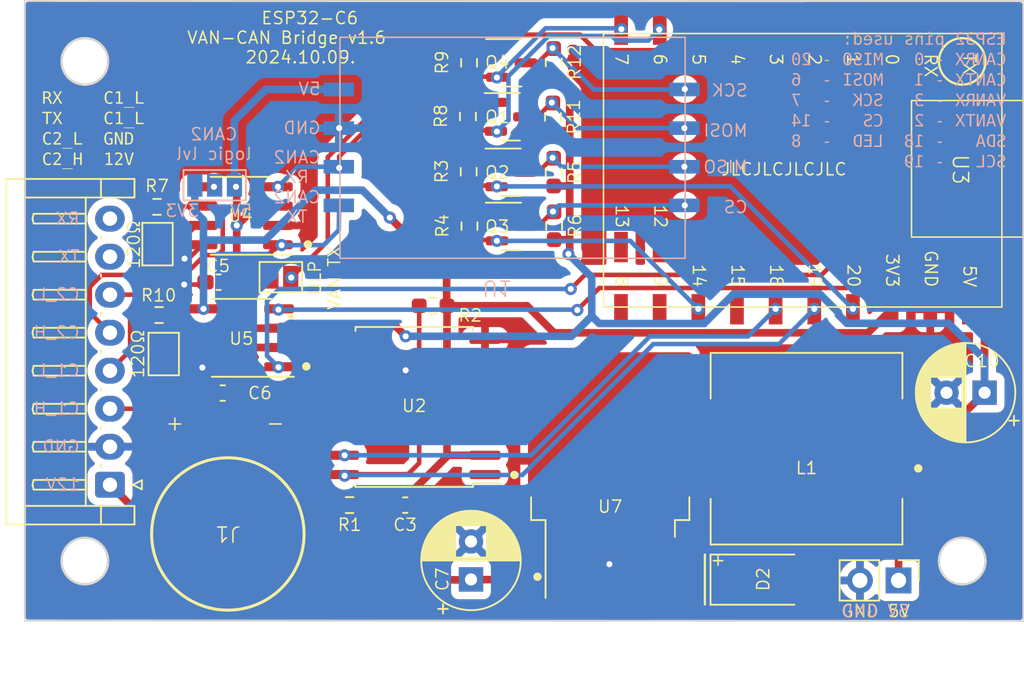
<source format=kicad_pcb>
(kicad_pcb (version 20221018) (generator pcbnew)
  (layers (0 "F.Cu" signal) (31 "B.Cu" signal) (34 "B.Paste" user) (35 "F.Paste" user) (36 "B.SilkS" user "B.Silkscreen") (37 "F.SilkS" user "F.Silkscreen") (38 "B.Mask" user) (39 "F.Mask" user) (44 "Edge.Cuts" user))
  (net 0 "")
  (net 1 "GNDD")
  (net 2 "5V")
  (net 3 "/MOSI")
  (net 4 "/SCK")
  (net 5 "/MISO")
  (net 6 "/+12V")
  (net 7 "/3V3")
  (net 8 "/CAN_TX")
  (net 9 "/CAN_RX")
  (net 10 "/TXD")
  (net 11 "/CAN1_L")
  (net 12 "/CAN1_H")
  (net 13 "/SDA")
  (net 14 "/SCL")
  (net 15 "/RXD")
  (net 16 "/VBAT")
  (net 17 "/ULP_VAN_TX")
  (net 20 "Net-(JP3-C)")
  (net 21 "Net-(JP4-A)")
  (net 22 "Net-(D2-K)")
  (net 23 "Net-(JP5-A)")
  (net 24 "/VAN_H")
  (net 25 "/VAN_L")
  (net 26 "/VAN_TX")
  (net 27 "/VAN_RX")
  (net 28 "/CS")
  (net 38 "/MISO_R")
  (net 39 "/CS_R")
  (net 40 "/MOSI_R")
  (net 41 "/SCK_R")
  (footprint "Resistor_SMD:R_0603_1608Metric_Pad0.98x0.95mm_HandSolder" (layer "F.Cu") (at 141.0462 123.4186 -90)
    (fp_text reference "R8")
    (fp_text value "10K")
  )
  (footprint "Resistor_SMD:R_0603_1608Metric_Pad0.98x0.95mm_HandSolder" (layer "F.Cu") (at 146.6342 123.444 90)
    (fp_text reference "R11")
    (fp_text value "10K")
  )
  (footprint "Capacitor_SMD:C_0603_1608Metric_Pad1.08x0.95mm_HandSolder" (layer "F.Cu") (at 124.9393 141.605)
    (fp_text reference "C6")
    (fp_text value "100nF")
  )
  (footprint "Resistor_SMD:R_0603_1608Metric_Pad0.98x0.95mm_HandSolder" (layer "F.Cu") (at 146.685 127.0762 90)
    (fp_text reference "R5")
    (fp_text value "10K")
  )
  (footprint "Package_SO:SOIC-8_3.9x4.9mm_P1.27mm" (layer "F.Cu") (at 126.1629 137.9728 180)
    (fp_text reference "U5")
    (fp_text value "TJA1042T-3")
  )
  (footprint "Resistor_SMD:R_0603_1608Metric_Pad0.98x0.95mm_HandSolder" (layer "F.Cu") (at 141.1478 130.6303 -90)
    (fp_text reference "R4")
    (fp_text value "10K")
  )
  (footprint "Package_TO_SOT_SMD:SOT-23" (layer "F.Cu") (at 143.8679 127.0866)
    (fp_text reference "Q1")
    (fp_text value "BSS138")
  )
  (footprint "Capacitor_SMD:C_0603_1608Metric_Pad1.08x0.95mm_HandSolder" (layer "F.Cu") (at 136.9296 148.971 180)
    (fp_text reference "C3")
    (fp_text value "100nF")
  )
  (footprint "Package_TO_SOT_SMD:TO-263-5_TabPin3" (layer "F.Cu") (at 150.397 145.131 90)
    (fp_text reference "U7")
    (fp_text value "LM2596S-5")
  )
  (footprint "Inductor_SMD:L_12x12mm_H8mm" (layer "F.Cu") (at 163.2966 145.2626 180)
    (fp_text reference "L1")
    (fp_text value "47uh")
  )
  (footprint "Resistor_SMD:R_0603_1608Metric_Pad0.98x0.95mm_HandSolder" (layer "F.Cu") (at 120.6168 129.35945 180)
    (fp_text reference "R7")
    (fp_text value "120")
  )
  (footprint "Jumper:SolderJumper-2_P1.3mm_Open_Pad1.0x1.5mm" (layer "F.Cu") (at 121.0575 139.0396 90)
    (fp_text reference "JP5" hide)
    (fp_text value "SolderJumper_2_Open")
  )
  (footprint "Connector_PinHeader_2.54mm:PinHeader_1x02_P2.54mm_Vertical" (layer "F.Cu") (at 169.3418 153.924 -90)
    (fp_text reference "J3" hide)
    (fp_text value "Conn_01x02_Pin")
  )
  (footprint "Resistor_SMD:R_0603_1608Metric_Pad0.98x0.95mm_HandSolder" (layer "F.Cu") (at 141.1224 119.888 -90)
    (fp_text reference "R9")
    (fp_text value "10K")
  )
  (footprint "Package_TO_SOT_SMD:SOT-23" (layer "F.Cu") (at 143.8171 123.439)
    (fp_text reference "Q3")
    (fp_text value "BSS138")
  )
  (footprint "Package_SO:SOIC-16W_7.5x10.3mm_P1.27mm" (layer "F.Cu") (at 137.5174 142.5194 180)
    (fp_text reference "U2")
    (fp_text value "DS3231M")
  )
  (footprint "Package_SO:SOIC-8_3.9x4.9mm_P1.27mm" (layer "F.Cu") (at 126.0867 129.9464 180)
    (fp_text reference "U4")
    (fp_text value "TJA1042T-3")
  )
  (footprint "Package_TO_SOT_SMD:SOT-23" (layer "F.Cu") (at 143.8933 130.6457)
    (fp_text reference "Q2")
    (fp_text value "BSS138")
  )
  (footprint "Jumper:SolderJumper-2_P1.3mm_Open_Pad1.0x1.5mm" (layer "F.Cu") (at 128.7537 133.985)
    (fp_text reference "JP2" hide)
    (fp_text value "SolderJumper_2_Open")
  )
  (footprint "DS3231_BatteryHolder:DS3231_BatteryHolder" (layer "F.Cu") (at 125.2728 152.4284 180)
    (fp_text reference "J1")
    (fp_text value "Conn_01x02_Pin")
  )
  (footprint "Capacitor_THT:CP_Radial_D6.3mm_P2.50mm" (layer "F.Cu") (at 174.99458 141.5796 180)
    (fp_text reference "C10")
    (fp_text value "220uF")
  )
  (footprint "Resistor_SMD:R_0603_1608Metric_Pad0.98x0.95mm_HandSolder" (layer "F.Cu") (at 138.7584 135.8646 180)
    (fp_text reference "R2")
    (fp_text value "4.7K")
  )
  (footprint "Jumper:SolderJumper-2_P1.3mm_Open_Pad1.0x1.5mm" (layer "F.Cu") (at 120.65 131.811 -90)
    (fp_text reference "JP4" hide)
    (fp_text value "SolderJumper_2_Open")
  )
  (footprint "Package_TO_SOT_SMD:SOT-23" (layer "F.Cu") (at 143.9187 119.888)
    (fp_text reference "Q4")
    (fp_text value "BSS138")
  )
  (footprint "Resistor_SMD:R_0603_1608Metric_Pad0.98x0.95mm_HandSolder" (layer "F.Cu") (at 141.097 127.0508 -90)
    (fp_text reference "R3")
    (fp_text value "10K")
  )
  (footprint "Capacitor_THT:CP_Radial_D6.3mm_P2.50mm" (layer "F.Cu") (at 141.2494 153.86178 90)
    (fp_text reference "C7")
    (fp_text value "100uF")
  )
  (footprint "Diode_SMD:D_SMA" (layer "F.Cu") (at 160.496 153.8732)
    (fp_text reference "D2")
    (fp_text value "SS34")
  )
  (footprint "Connector_JST:JST_EH_S8B-EH_1x08_P2.50mm_Horizontal" (layer "F.Cu") (at 117.5258 147.6356 90)
    (fp_text reference "J2" hide)
    (fp_text value "Conn_01x08_Pin")
  )
  (footprint "Resistor_SMD:R_0603_1608Metric_Pad0.98x0.95mm_HandSolder" (layer "F.Cu") (at 146.685 119.8626 90)
    (fp_text reference "R12")
    (fp_text value "10K")
  )
  (footprint "Resistor_SMD:R_0603_1608Metric_Pad0.98x0.95mm_HandSolder" (layer "F.Cu") (at 120.7527 136.4742 180)
    (fp_text reference "R10")
    (fp_text value "120")
  )
  (footprint "PSAVanCanBridgeHW_v16:ESP32_c6_supermini" (layer "F.Cu") (at 166.7346 128.5972 -90)
    (fp_text reference "U3")
    (fp_text value "ESP32_C6")
  )
  (footprint "Capacitor_SMD:C_0603_1608Metric_Pad1.08x0.95mm_HandSolder" (layer "F.Cu") (at 124.6643 134.3152)
    (fp_text reference "C5")
    (fp_text value "100nF")
  )
  (footprint "Resistor_SMD:R_0603_1608Metric_Pad0.98x0.95mm_HandSolder" (layer "F.Cu") (at 133.272 148.971 180)
    (fp_text reference "R1")
    (fp_text value "4.7K")
  )
  (footprint "Resistor_SMD:R_0603_1608Metric_Pad0.98x0.95mm_HandSolder" (layer "F.Cu") (at 146.7104 130.6049 90)
    (fp_text reference "R6")
    (fp_text value "10K")
  )
  (footprint "PSAVanCanBridgeHW_v16:SPI_Shield" (layer "B.Cu") (at 143.9543 126.4412)
    (fp_text reference "U1")
    (fp_text value "~")
  )
  (footprint "Jumper:SolderJumper-3_P1.3mm_Open_Pad1.0x1.5mm_NumberLabels" (layer "B.Cu") (at 124.4046 127.9398 180)
    (fp_text reference "JP3" hide)
    (fp_text value "SolderJumper_3_Open")
  )
  (gr_circle (center 173.525 119.795718) (end 175.054283 119.795718) (stroke (width 0.15)) (fill none) (layer "F.SilkS"))
  (gr_circle (center 130.5306 131.826) (end 130.7306 131.826) (stroke (width 0.15)) (fill solid) (layer "F.SilkS"))
  (gr_circle (center 144.1022 146.9898) (end 144.3022 146.9898) (stroke (width 0.15)) (fill solid) (layer "F.SilkS"))
  (gr_circle (center 130.4301 139.8524) (end 130.6301 139.8524) (stroke (width 0.15)) (fill solid) (layer "F.SilkS"))
  (gr_circle (center 145.6182 153.683476) (end 145.8182 153.683476) (stroke (width 0.15)) (fill solid) (layer "F.SilkS"))
  (gr_circle (center 170.6372 146.558) (end 170.8372 146.558) (stroke (width 0.15)) (fill solid) (layer "F.SilkS"))
  (gr_circle (center 129.4384 136.563876) (end 129.577324 136.563876) (stroke (width 0.15)) (fill solid) (layer "F.SilkS"))
  (gr_line (start 156.6164 152.2222) (end 156.6164 155.4988) (stroke (width 0.15)) (layer "F.SilkS"))
  (gr_circle (center 115.875 119.795718) (end 116.891 120.938718) (stroke (width 0.15)) (fill none) (layer "Edge.Cuts"))
  (gr_circle (center 173.525 152.65) (end 174.541 153.793) (stroke (width 0.15)) (fill none) (layer "Edge.Cuts"))
  (gr_line (start 177.546 115.824) (end 177.546 156.591) (stroke (width 0.1)) (layer "Edge.Cuts"))
  (gr_line (start 177.546 156.591) (end 111.925 156.575) (stroke (width 0.1)) (layer "Edge.Cuts"))
  (gr_line (start 111.925 115.808) (end 177.546 115.824) (stroke (width 0.1)) (layer "Edge.Cuts"))
  (gr_circle (center 115.875 152.65) (end 116.891 153.793) (stroke (width 0.15)) (fill none) (layer "Edge.Cuts"))
  (gr_line (start 111.925 156.575) (end 111.925 115.808) (stroke (width 0.1)) (layer "Edge.Cuts"))
  (gr_text "CAN2\nTX" (at 129.8194 130.4798) (layer "B.SilkS") (effects (font (size 0.8 0.8) (thickness 0.1)) (justify bottom mirror)))
  (gr_text "5V GND" (at 170.1292 156.4132) (layer "B.SilkS") (effects (font (size 0.8 0.8) (thickness 0.1)) (justify left bottom mirror)))
  (gr_text "CAN2\nRX" (at 129.8194 127.8636) (layer "B.SilkS") (effects (font (size 0.8 0.8) (thickness 0.1)) (justify bottom mirror)))
  (gr_text "MOSI" (at 159.4866 124.8156) (layer "B.SilkS") (effects (font (size 0.8 0.8) (thickness 0.1)) (justify left bottom mirror)))
  (gr_text "ESP32 pins used:\nCANRX - 0   MISO - 20\nCANTX - 1   MOSI -  6\nVANRX - 3   SCK  -  7\nVANTX - 2   CS   - 14\nSDA   - 18  LED  -  8\nSCL   - 19" (at 176.4284 126.8984) (layer "B.SilkS") (effects (font (size 0.8 0.8) (thickness 0.1)) (justify left bottom mirror)))
  (gr_text "GND" (at 115.5954 145.5921) (layer "B.SilkS") (effects (font (size 0.8 0.8) (thickness 0.1)) (justify left bottom mirror)))
  (gr_text "RX" (at 115.5954 130.6068) (layer "B.SilkS") (effects (font (size 0.8 0.8) (thickness 0.1)) (justify left bottom mirror)))
  (gr_text "SCK" (at 159.4866 122.174) (layer "B.SilkS") (effects (font (size 0.8 0.8) (thickness 0.1)) (justify left bottom mirror)))
  (gr_text "GND" (at 131.432257 124.6378) (layer "B.SilkS") (effects (font (size 0.8 0.8) (thickness 0.1)) (justify left bottom mirror)))
  (gr_text "C2_H" (at 115.5954 138.0921) (layer "B.SilkS") (effects (font (size 0.8 0.8) (thickness 0.1)) (justify left bottom mirror)))
  (gr_text "C2_L" (at 115.5954 135.5921) (layer "B.SilkS") (effects (font (size 0.8 0.8) (thickness 0.1)) (justify left bottom mirror)))
  (gr_text "CAN2\nlogic lvl" (at 124.3584 126.3396) (layer "B.SilkS") (effects (font (size 0.8 0.8) (thickness 0.1)) (justify bottom mirror)))
  (gr_text "MISO" (at 159.4866 127.2032) (layer "B.SilkS") (effects (font (size 0.8 0.8) (thickness 0.1)) (justify left bottom mirror)))
  (gr_text "12V" (at 115.5954 148.0921) (layer "B.SilkS") (effects (font (size 0.8 0.8) (thickness 0.1)) (justify left bottom mirror)))
  (gr_text "C1_L" (at 115.5954 140.5921) (layer "B.SilkS") (effects (font (size 0.8 0.8) (thickness 0.1)) (justify left bottom mirror)))
  (gr_text "CS" (at 159.4866 129.8448) (layer "B.SilkS") (effects (font (size 0.8 0.8) (thickness 0.1)) (justify left bottom mirror)))
  (gr_text "C1_H" (at 115.5954 143.0921) (layer "B.SilkS") (effects (font (size 0.8 0.8) (thickness 0.1)) (justify left bottom mirror)))
  (gr_text "5V" (at 131.432257 122.0724) (layer "B.SilkS") (effects (font (size 0.8 0.8) (thickness 0.1)) (justify left bottom mirror)))
  (gr_text "TX" (at 115.5954 133.0921) (layer "B.SilkS") (effects (font (size 0.8 0.8) (thickness 0.1)) (justify left bottom mirror)))
  (gr_text "     ESP32-C6\nVAN-CAN Bridge v1.6\n   2024.10.09." (at 129.1336 118.237) (layer "F.SilkS") (effects (font (size 0.8 0.8) (thickness 0.1))))
  (gr_text "120Ω" (at 119.8372 140.6906 90) (layer "F.SilkS") (effects (font (size 0.8 0.8) (thickness 0.1)) (justify left bottom)))
  (gr_text "ULP\nVAN TX" (at 132.7404 134.0358 90) (layer "F.SilkS") (effects (font (size 0.8 0.8) (thickness 0.1)) (justify bottom)))
  (gr_text "GND 5V" (at 165.5318 156.4132) (layer "F.SilkS") (effects (font (size 0.8 0.8) (thickness 0.1)) (justify left bottom)))
  (gr_text "RX    C1_L\nTX    C1_L\nC2_L  GND\nC2_H  12V" (at 113.0554 126.746) (layer "F.SilkS") (effects (font (size 0.8 0.8) (thickness 0.1)) (justify left bottom)))
  (gr_text "+" (at 156.9212 153.035) (layer "F.SilkS") (effects (font (size 0.8 0.8) (thickness 0.1)) (justify left bottom)))
  (gr_text "JLCJLCJLCJLC" (at 157.6324 127.3567) (layer "F.SilkS") (effects (font (size 0.8 0.8) (thickness 0.1)) (justify left bottom)))
  (gr_text "120Ω" (at 119.5578 133.5024 90) (layer "F.SilkS") (effects (font (size 0.8 0.8) (thickness 0.1)) (justify left bottom)))
  (segment (start 122.6973 132.7658) (end 123.6117 131.8514) (width 0.3) (layer "F.Cu") (net 1))
  (segment (start 122.428 132.7658) (end 122.6973 132.7658) (width 0.3) (layer "F.Cu") (net 1))
  (segment (start 122.4026 134.4676) (end 123.6494 134.4676) (width 0.3) (layer "F.Cu") (net 1))
  (segment (start 123.6494 134.4676) (end 123.8018 134.3152) (width 0.3) (layer "F.Cu") (net 1))
  (via (at 123.5964 139.9286) (size 0.8) (drill 0.4) (layers "F.Cu" "B.Cu") (net 1))
  (via (at 136.9568 140.1064) (size 0.8) (drill 0.4) (layers "F.Cu" "B.Cu") (net 1))
  (via (at 122.428 132.7658) (size 0.8) (drill 0.4) (layers "F.Cu" "B.Cu") (net 1))
  (via (at 150.3426 152.8572) (size 0.8) (drill 0.4) (layers "F.Cu" "B.Cu") (net 1))
  (via (at 132.588 124.1806) (size 0.8) (drill 0.4) (layers "F.Cu" "B.Cu") (net 1))
  (via (at 122.4026 134.4676) (size 0.8) (drill 0.4) (layers "F.Cu" "B.Cu") (net 1))
  (segment (start 147.7081 124.3565) (end 147.7354 124.3838) (width 0.5) (layer "F.Cu") (net 2))
  (segment (start 128.6379 137.3378) (end 125.8805 137.3378) (width 0.5) (layer "F.Cu") (net 2))
  (segment (start 125.8551 130.6098) (end 125.8551 137.3124) (width 0.5) (layer "F.Cu") (net 2))
  (segment (start 128.4478 129.3114) (end 127.1535 129.3114) (width 0.5) (layer "F.Cu") (net 2))
  (segment (start 152.097 150.9547) (end 152.097 152.781) (width 0.5) (layer "F.Cu") (net 2))
  (segment (start 168.2466 145.2626) (end 168.2466 150.5974) (width 0.5) (layer "F.Cu") (net 2))
  (segment (start 146.685 127.9887) (end 147.7119 127.9887) (width 0.5) (layer "F.Cu") (net 2))
  (segment (start 174.99458 137.12318) (end 173.9646 136.0932) (width 0.5) (layer "F.Cu") (net 2))
  (segment (start 174.99458 141.5796) (end 174.99458 137.12318) (width 0.5) (layer "F.Cu") (net 2))
  (segment (start 128.5494 129.3114) (end 128.4986 129.3622) (width 0.5) (layer "F.Cu") (net 2))
  (segment (start 125.8835 130.5814) (end 125.857 130.5814) (width 0.5) (layer "F.Cu") (net 2))
  (segment (start 147.7354 132.3758) (end 147.6521 132.4591) (width 0.5) (layer "F.Cu") (net 2))
  (segment (start 128.6379 137.3378) (end 128.7513 137.2244) (width 0.5) (layer "F.Cu") (net 2))
  (segment (start 128.7513 137.2244) (end 136.31 137.2244) (width 0.5) (layer "F.Cu") (net 2))
  (segment (start 125.857 130.5814) (end 125.857 130.6079) (width 0.5) (layer "F.Cu") (net 2))
  (segment (start 125.857 128.0922) (end 125.8062 128.0414) (width 0.5) (layer "F.Cu") (net 2))
  (segment (start 127.1535 129.3114) (end 125.8835 130.5814) (width 0.5) (layer "F.Cu") (net 2))
  (segment (start 147.7354 127.9652) (end 147.7354 124.3838) (width 0.5) (layer "F.Cu") (net 2))
  (segment (start 146.7104 131.5174) (end 147.7138 131.5174) (width 0.5) (layer "F.Cu") (net 2))
  (segment (start 168.2466 145.2626) (end 171.31158 145.2626) (width 0.5) (layer "F.Cu") (net 2))
  (segment (start 168.2466 150.5974) (end 169.3418 151.6926) (width 0.5) (layer "F.Cu") (net 2))
  (segment (start 128.5617 129.3114) (end 128.5494 129.3114) (width 0.5) (layer "F.Cu") (net 2))
  (segment (start 161.6626 149.8447) (end 162.4183 150.6004) (width 0.5) (layer "F.Cu") (net 2))
  (segment (start 161.6626 149.8447) (end 153.207 149.8447) (width 0.5) (layer "F.Cu") (net 2))
  (segment (start 153.207 149.8447) (end 152.097 150.9547) (width 0.5) (layer "F.Cu") (net 2))
  (segment (start 125.857 130.6079) (end 125.8551 130.6098) (width 0.5) (layer "F.Cu") (net 2))
  (segment (start 125.8551 137.3124) (end 125.8551 141.5517) (width 0.5) (layer "F.Cu") (net 2))
  (segment (start 146.6342 124.3565) (end 147.7081 124.3565) (width 0.5) (layer "F.Cu") (net 2))
  (segment (start 168.2466 150.5974) (end 168.2496 150.6004) (width 0.5) (layer "F.Cu") (net 2))
  (segment (start 171.31158 145.2626) (end 174.99458 141.5796) (width 0.5) (layer "F.Cu") (net 2))
  (segment (start 125.857 127.9652) (end 125.8062 127.9144) (width 0.5) (layer "F.Cu") (net 2))
  (segment (start 147.7354 121.8255) (end 146.685 120.7751) (width 0.5) (layer "F.Cu") (net 2))
  (segment (start 169.3418 151.6926) (end 169.3418 153.924) (width 0.5) (layer "F.Cu") (net 2))
  (segment (start 136.31 137.2244) (end 136.9568 137.8712) (width 0.5) (layer "F.Cu") (net 2))
  (segment (start 147.7354 124.3838) (end 147.7354 121.8255) (width 0.5) (layer "F.Cu") (net 2))
  (segment (start 125.857 130.5814) (end 125.857 128.0922) (width 0.5) (layer "F.Cu") (net 2))
  (segment (start 128.4986 129.3622) (end 128.4478 129.3114) (width 0.5) (layer "F.Cu") (net 2))
  (segment (start 147.7138 131.5174) (end 147.7354 131.4958) (width 0.5) (layer "F.Cu") (net 2))
  (segment (start 147.7354 127.9652) (end 147.7354 131.4958) (width 0.5) (layer "F.Cu") (net 2))
  (segment (start 162.4183 150.6004) (end 168.2496 150.6004) (width 0.5) (layer "F.Cu") (net 2))
  (segment (start 147.7119 127.9887) (end 147.7354 127.9652) (width 0.5) (layer "F.Cu") (net 2))
  (segment (start 147.7354 131.4958) (end 147.7354 132.3758) (width 0.5) (layer "F.Cu") (net 2))
  (via (at 125.8062 128.0414) (size 0.8) (drill 0.4) (layers "F.Cu" "B.Cu") (net 2))
  (via (at 136.9568 137.8712) (size 0.8) (drill 0.4) (layers "F.Cu" "B.Cu") (net 2))
  (via (at 147.6521 132.4591) (size 0.8) (drill 0.4) (layers "F.Cu" "B.Cu") (net 2))
  (via (at 125.857 130.5814) (size 0.8) (drill 0.4) (layers "F.Cu" "B.Cu") (net 2))
  (segment (start 174.99458 139.38378) (end 172.6286 137.0178) (width 0.5) (layer "B.Cu") (net 2))
  (segment (start 149.1844 136.537503) (end 147.850703 137.8712) (width 0.5) (layer "B.Cu") (net 2))
  (segment (start 156.564252 137.031651) (end 149.678548 137.031651) (width 0.5) (layer "B.Cu") (net 2))
  (segment (start 174.99458 141.5796) (end 174.99458 139.38378) (width 0.5) (layer "B.Cu") (net 2))
  (segment (start 132.5624 121.6433) (end 127.7593 121.6433) (width 0.5) (layer "B.Cu") (net 2))
  (segment (start 149.1844 133.9914) (end 149.1844 136.537503) (width 0.5) (layer "B.Cu") (net 2))
  (segment (start 165.3946 136.461303) (end 165.3946 136.314297) (width 0.5) (layer "B.Cu") (net 2))
  (segment (start 165.3946 136.314297) (end 164.182903 135.1026) (width 0.5) (layer "B.Cu") (net 2))
  (segment (start 158.493303 135.1026) (end 156.564252 137.031651) (width 0.5) (layer "B.Cu") (net 2))
  (segment (start 165.951097 137.0178) (end 165.3946 136.461303) (width 0.5) (layer "B.Cu") (net 2))
  (segment (start 125.7046 123.698) (end 125.7046 127.9398) (width 0.5) (layer "B.Cu") (net 2))
  (segment (start 127.7593 121.6433) (end 125.7046 123.698) (width 0.5) (layer "B.Cu") (net 2))
  (segment (start 147.6521 132.4591) (end 149.1844 133.9914) (width 0.5) (layer "B.Cu") (net 2))
  (segment (start 125.8062 127.9144) (end 125.857 127.8636) (width 0.5) (layer "B.Cu") (net 2))
  (segment (start 164.182903 135.1026) (end 158.493303 135.1026) (width 0.5) (layer "B.Cu") (net 2))
  (segment (start 172.6286 137.0178) (end 165.951097 137.0178) (width 0.5) (layer "B.Cu") (net 2))
  (segment (start 149.678548 137.031651) (end 149.1844 136.537503) (width 0.5) (layer "B.Cu") (net 2))
  (segment (start 147.850703 137.8712) (end 136.9568 137.8712) (width 0.5) (layer "B.Cu") (net 2))
  (segment (start 145.6232 123.439) (end 146.558 122.5042) (width 0.3) (layer "F.Cu") (net 3))
  (segment (start 144.7546 123.439) (end 145.6232 123.439) (width 0.3) (layer "F.Cu") (net 3))
  (via (at 155.2704 124.1833) (size 0.8) (drill 0.4) (layers "F.Cu" "B.Cu") (net 3))
  (via (at 146.558 122.5042) (size 0.8) (drill 0.4) (layers "F.Cu" "B.Cu") (net 3))
  (segment (start 155.2704 124.1833) (end 148.2371 124.1833) (width 0.3) (layer "B.Cu") (net 3))
  (segment (start 148.2371 124.1833) (end 146.558 122.5042) (width 0.3) (layer "B.Cu") (net 3))
  (segment (start 144.8562 119.888) (end 145.6436 119.888) (width 0.3) (layer "F.Cu") (net 4))
  (segment (start 145.6436 119.888) (end 146.6088 118.9228) (width 0.3) (layer "F.Cu") (net 4))
  (via (at 146.6088 118.9228) (size 0.8) (drill 0.4) (layers "F.Cu" "B.Cu") (net 4))
  (via (at 155.2956 121.6152) (size 0.8) (drill 0.4) (layers "F.Cu" "B.Cu") (net 4))
  (segment (start 155.2704 121.6433) (end 149.3293 121.6433) (width 0.3) (layer "B.Cu") (net 4))
  (segment (start 149.3293 121.6433) (end 146.6088 118.9228) (width 0.3) (layer "B.Cu") (net 4))
  (segment (start 145.6586 127.0866) (end 146.6088 126.1364) (width 0.3) (layer "F.Cu") (net 5))
  (segment (start 144.8054 127.0866) (end 145.6586 127.0866) (width 0.3) (layer "F.Cu") (net 5))
  (via (at 155.2704 126.7233) (size 0.8) (drill 0.4) (layers "F.Cu" "B.Cu") (net 5))
  (via (at 146.6088 126.1364) (size 0.8) (drill 0.4) (layers "F.Cu" "B.Cu") (net 5))
  (segment (start 147.1957 126.7233) (end 146.6088 126.1364) (width 0.3) (layer "B.Cu") (net 5))
  (segment (start 155.2704 126.7233) (end 147.1957 126.7233) (width 0.3) (layer "B.Cu") (net 5))
  (segment (start 145.9048 153.8732) (end 146.997 152.781) (width 0.5) (layer "F.Cu") (net 6))
  (segment (start 123.7774 153.8872) (end 117.5258 147.6356) (width 0.5) (layer "F.Cu") (net 6))
  (segment (start 141.1478 153.8872) (end 123.7774 153.8872) (width 0.5) (layer "F.Cu") (net 6))
  (segment (start 142.8242 153.8732) (end 145.9048 153.8732) (width 0.5) (layer "F.Cu") (net 6))
  (segment (start 141.1618 153.8732) (end 142.8242 153.8732) (width 0.5) (layer "F.Cu") (net 6))
  (segment (start 141.1478 153.8872) (end 141.1618 153.8732) (width 0.5) (layer "F.Cu") (net 6))
  (segment (start 139.6219 135.8156) (end 139.6709 135.8646) (width 0.5) (layer "F.Cu") (net 7))
  (segment (start 137.4974 147.946) (end 136.3036 147.946) (width 0.5) (layer "F.Cu") (net 7))
  (segment (start 144.929703 135.8646) (end 139.6709 135.8646) (width 0.5) (layer "F.Cu") (net 7))
  (segment (start 142.1873 122.4788) (end 142.2146 122.5061) (width 0.5) (layer "F.Cu") (net 7))
  (segment (start 142.1384 145.6944) (end 139.749 145.6944) (width 0.5) (layer "F.Cu") (net 7))
  (segment (start 168.8846 136.0932) (end 167.3346 137.6432) (width 0.5) (layer "F.Cu") (net 7))
  (segment (start 139.749 145.6944) (end 139.6709 145.7725) (width 0.5) (layer "F.Cu") (net 7))
  (segment (start 142.9287 126.1383) (end 142.9304 126.1366) (width 0.5) (layer "F.Cu") (net 7))
  (segment (start 141.1478 129.7178) (end 142.9337 129.7178) (width 0.5) (layer "F.Cu") (net 7))
  (segment (start 136.3036 147.946) (end 136.0671 148.1825) (width 0.5) (layer "F.Cu") (net 7))
  (segment (start 141.0333 118.9736) (end 142.8546 118.9736) (width 0.5) (layer "F.Cu") (net 7))
  (segment (start 136.0671 148.971) (end 134.1845 148.971) (width 0.5) (layer "F.Cu") (net 7))
  (segment (start 139.6709 143.1544) (end 139.6709 145.7725) (width 0.5) (layer "F.Cu") (net 7))
  (segment (start 140.9571 122.5042) (end 142.7734 122.5042) (width 0.5) (layer "F.Cu") (net 7))
  (segment (start 139.6363 126.0583) (end 140.9298 126.0583) (width 0.5) (layer "F.Cu") (net 7))
  (segment (start 139.6363 131.9147) (end 139.6363 126.0583) (width 0.5) (layer "F.Cu") (net 7))
  (segment (start 139.6492 135.8429) (end 139.6492 131.9276) (width 0.5) (layer "F.Cu") (net 7))
  (segment (start 135.9154 130.0663) (end 137.4973 131.6482) (width 0.5) (layer "F.Cu") (net 7))
  (segment (start 139.6363 126.0583) (end 139.6363 122.4769) (width 0.5) (layer "F.Cu") (net 7))
  (segment (start 146.708303 137.6432) (end 144.929703 135.8646) (width 0.5) (layer "F.Cu") (net 7))
  (segment (start 139.6709 135.8646) (end 139.6492 135.8429) (width 0.5) (layer "F.Cu") (net 7))
  (segment (start 139.6363 122.4769) (end 140.9298 122.4769) (width 0.5) (layer "F.Cu") (net 7))
  (segment (start 139.6363 122.4769) (end 139.6363 120.3706) (width 0.5) (layer "F.Cu") (net 7))
  (segment (start 140.9192 129.7178) (end 140.8938 129.6924) (width 0.5) (layer "F.Cu") (net 7))
  (segment (start 142.1873 126.0602) (end 142.2654 126.1383) (width 0.5) (layer "F.Cu") (net 7))
  (segment (start 141.0587 129.7159) (end 139.6617 129.7159) (width 0.5) (layer "F.Cu") (net 7))
  (segment (start 136.0671 148.1825) (end 136.0671 148.971) (width 0.5) (layer "F.Cu") (net 7))
  (segment (start 139.6709 135.8646) (end 139.6709 143.1544) (width 0.5) (layer "F.Cu") (net 7))
  (segment (start 139.6709 145.7725) (end 137.4974 147.946) (width 0.5) (layer "F.Cu") (net 7))
  (segment (start 139.6363 120.3706) (end 141.0333 118.9736) (width 0.5) (layer "F.Cu") (net 7))
  (segment (start 142.9337 129.7178) (end 142.9558 129.6957) (width 0.5) (layer "F.Cu") (net 7))
  (segment (start 141.097 126.1383) (end 142.9287 126.1383) (width 0.5) (layer "F.Cu") (net 7))
  (segment (start 167.3346 137.6432) (end 146.708303 137.6432) (width 0.5) (layer "F.Cu") (net 7))
  (segment (start 137.4973 131.6482) (end 139.3698 131.6482) (width 0.5) (layer "F.Cu") (net 7))
  (segment (start 139.6492 131.9276) (end 139.6363 131.9147) (width 0.5) (layer "F.Cu") (net 7))
  (segment (start 142.1384 143.1544) (end 139.6709 143.1544) (width 0.5) (layer "F.Cu") (net 7))
  (via (at 135.9154 130.0663) (size 0.8) (drill 0.4) (layers "F.Cu" "B.Cu") (net 7))
  (via (at 123.6726 136.0678) (size 0.8) (drill 0.4) (layers "F.Cu" "B.Cu") (net 7))
  (segment (start 123.6726 131.5212) (end 123.6726 130.227397) (width 0.5) (layer "B.Cu") (net 7))
  (segment (start 123.698 131.5466) (end 123.6726 131.5212) (width 0.5) (layer "B.Cu") (net 7))
  (segment (start 123.6726 130.227397) (end 123.1046 129.659397) (width 0.5) (layer "B.Cu") (net 7))
  (segment (start 135.9154 130.0663) (end 134.1124 128.2633) (width 0.5) (layer "B.Cu") (net 7))
  (segment (start 123.1046 129.659397) (end 123.1046 127.9398) (width 0.5) (layer "B.Cu") (net 7))
  (segment (start 134.1124 128.2633) (end 131.0124 128.2633) (width 0.5) (layer "B.Cu") (net 7))
  (segment (start 123.6726 136.0678) (end 123.6726 131.5212) (width 0.5) (layer "B.Cu") (net 7))
  (segment (start 127.7291 131.5466) (end 123.698 131.5466) (width 0.5) (layer "B.Cu") (net 7))
  (segment (start 131.0124 128.2633) (end 127.7291 131.5466) (width 0.5) (layer "B.Cu") (net 7))
  (segment (start 166.3546 117.7072) (end 166.3546 131.7652) (width 0.3) (layer "F.Cu") (net 8))
  (segment (start 148.7304 133.8326) (end 164.2872 133.8326) (width 0.3) (layer "F.Cu") (net 8))
  (segment (start 166.3546 131.7652) (end 164.2872 133.8326) (width 0.3) (layer "F.Cu") (net 8))
  (segment (start 147.8026 134.7604) (end 148.7304 133.8326) (width 0.3) (layer "F.Cu") (net 8))
  (via (at 128.6002 139.9032) (size 0.8) (drill 0.4) (layers "F.Cu" "B.Cu") (net 8))
  (via (at 147.8026 134.7604) (size 0.8) (drill 0.4) (layers "F.Cu" "B.Cu") (net 8))
  (segment (start 127.8502 135.5478) (end 127.8502 139.1532) (width 0.3) (layer "B.Cu") (net 8))
  (segment (start 127.8502 139.1532) (end 128.6002 139.9032) (width 0.3) (layer "B.Cu") (net 8))
  (segment (start 147.8026 134.7604) (end 128.6376 134.7604) (width 0.3) (layer "B.Cu") (net 8))
  (segment (start 128.6376 134.7604) (end 127.8502 135.5478) (width 0.3) (layer "B.Cu") (net 8))
  (segment (start 166.6456 134.6962) (end 166.6729 134.6689) (width 0.3) (layer "F.Cu") (net 9))
  (segment (start 148.2344 136.144) (end 149.6822 134.6962) (width 0.3) (layer "F.Cu") (net 9))
  (segment (start 168.8946 117.7072) (end 168.8946 132.4472) (width 0.3) (layer "F.Cu") (net 9))
  (segment (start 149.6822 134.6962) (end 166.6456 134.6962) (width 0.3) (layer "F.Cu") (net 9))
  (segment (start 168.8946 132.4472) (end 166.6456 134.6962) (width 0.3) (layer "F.Cu") (net 9))
  (via (at 128.6002 136.1186) (size 0.8) (drill 0.4) (layers "F.Cu" "B.Cu") (net 9))
  (via (at 148.2344 136.144) (size 0.8) (drill 0.4) (layers "F.Cu" "B.Cu") (net 9))
  (segment (start 148.209 136.1186) (end 128.6002 136.1186) (width 0.3) (layer "B.Cu") (net 9))
  (segment (start 148.2598 136.1186) (end 148.2344 136.144) (width 0.3) (layer "B.Cu") (net 9))
  (segment (start 148.2344 136.144) (end 148.209 136.1186) (width 0.3) (layer "B.Cu") (net 9))
  (segment (start 120.8402 135.6492) (end 121.6652 136.4742) (width 0.3) (layer "F.Cu") (net 11))
  (segment (start 118.8508 136.14525) (end 119.34685 135.6492) (width 0.3) (layer "F.Cu") (net 11))
  (segment (start 121.6764 136.4996) (end 122.54 137.3632) (width 0.3) (layer "F.Cu") (net 11))
  (segment (start 119.34685 135.6492) (end 120.8402 135.6492) (width 0.3) (layer "F.Cu") (net 11))
  (segment (start 117.5258 140.1356) (end 118.8508 138.8106) (width 0.3) (layer "F.Cu") (net 11))
  (segment (start 122.54 137.3632) (end 123.8403 137.3632) (width 0.3) (layer "F.Cu") (net 11))
  (segment (start 118.8508 138.8106) (end 118.8508 136.14525) (width 0.3) (layer "F.Cu") (net 11))
  (segment (start 122.7328 138.6078) (end 123.6879 138.6078) (width 0.3) (layer "F.Cu") (net 12))
  (segment (start 121.2757 138.6078) (end 121.0575 138.3896) (width 0.3) (layer "F.Cu") (net 12))
  (segment (start 122.3629 140.3342) (end 122.3629 138.9777) (width 0.3) (layer "F.Cu") (net 12))
  (segment (start 117.5258 142.6356) (end 120.0615 142.6356) (width 0.3) (layer "F.Cu") (net 12))
  (segment (start 122.3629 138.9777) (end 122.7328 138.6078) (width 0.3) (layer "F.Cu") (net 12))
  (segment (start 123.6879 138.6078) (end 121.2757 138.6078) (width 0.3) (layer "F.Cu") (net 12))
  (segment (start 120.0615 142.6356) (end 122.3629 140.3342) (width 0.3) (layer "F.Cu") (net 12))
  (segment (start 132.3595 148.971) (end 131.6228 148.971) (width 0.3) (layer "F.Cu") (net 13))
  (segment (start 131.6228 148.971) (end 130.5052 147.8534) (width 0.3) (layer "F.Cu") (net 13))
  (segment (start 132.8384 145.6944) (end 133.0688 145.6944) (width 0.3) (layer "F.Cu") (net 13))
  (segment (start 133.0688 145.6944) (end 132.3292 145.6944) (width 0.3) (layer "F.Cu") (net 13))
  (segment (start 131.2164 145.6944) (end 132.5909 145.6944) (width 0.3) (layer "F.Cu") (net 13))
  (segment (start 130.5052 146.4056) (end 131.2164 145.6944) (width 0.3) (layer "F.Cu") (net 13))
  (segment (start 130.5052 147.8534) (end 130.5052 146.4056) (width 0.3) (layer "F.Cu") (net 13))
  (via (at 132.9436 145.6944) (size 0.8) (drill 0.4) (layers "F.Cu" "B.Cu") (net 13))
  (via (at 161.2646 136.0678) (size 0.8) (drill 0.4) (layers "F.Cu" "B.Cu") (net 13))
  (segment (start 153.0016 137.8792) (end 145.1864 145.6944) (width 0.3) (layer "B.Cu") (net 13))
  (segment (start 145.1864 145.6944) (end 132.9436 145.6944) (width 0.3) (layer "B.Cu") (net 13))
  (segment (start 159.4532 137.8792) (end 153.0016 137.8792) (width 0.3) (layer "B.Cu") (net 13))
  (segment (start 161.2646 136.0678) (end 159.4532 137.8792) (width 0.3) (layer "B.Cu") (net 13))
  (segment (start 133.0452 146.939) (end 132.9436 147.0406) (width 0.3) (layer "F.Cu") (net 14))
  (segment (start 137.8459 135.8646) (end 137.8459 146.20495) (width 0.3) (layer "F.Cu") (net 14))
  (segment (start 137.8459 146.20495) (end 137.11185 146.939) (width 0.3) (layer "F.Cu") (net 14))
  (segment (start 137.11185 146.939) (end 133.0452 146.939) (width 0.3) (layer "F.Cu") (net 14))
  (via (at 132.9436 147.0406) (size 0.8) (drill 0.4) (layers "F.Cu" "B.Cu") (net 14))
  (via (at 163.8046 136.0678) (size 0.8) (drill 0.4) (layers "F.Cu" "B.Cu") (net 14))
  (segment (start 163.8046 136.0678) (end 161.4932 138.3792) (width 0.3) (layer "B.Cu") (net 14))
  (segment (start 161.4932 138.3792) (end 153.2382 138.3792) (width 0.3) (layer "B.Cu") (net 14))
  (segment (start 153.2382 138.3792) (end 144.6276 146.9898) (width 0.3) (layer "B.Cu") (net 14))
  (segment (start 132.9436 147.0406) (end 133.0452 146.939) (width 0.3) (layer "B.Cu") (net 14))
  (segment (start 132.9944 146.9898) (end 132.9436 147.0406) (width 0.3) (layer "B.Cu") (net 14))
  (segment (start 144.6276 146.9898) (end 132.9944 146.9898) (width 0.3) (layer "B.Cu") (net 14))
  (segment (start 129.17379 144.4244) (end 132.5909 144.4244) (width 0.3) (layer "F.Cu") (net 16))
  (segment (start 125.0132 145.8188) (end 123.4694 144.275) (width 0.3) (layer "F.Cu") (net 16))
  (segment (start 129.17379 144.4244) (end 127.77939 145.8188) (width 0.3) (layer "F.Cu") (net 16))
  (segment (start 127.77939 145.8188) (end 125.0132 145.8188) (width 0.3) (layer "F.Cu") (net 16))
  (segment (start 141.573821 116.3572) (end 131.838 126.093021) (width 0.3) (layer "F.Cu") (net 17))
  (segment (start 131.838 131.6108) (end 129.4384 134.0104) (width 0.3) (layer "F.Cu") (net 17))
  (segment (start 163.8146 117.7072) (end 162.4646 116.3572) (width 0.3) (layer "F.Cu") (net 17))
  (segment (start 131.838 126.093021) (end 131.838 131.6108) (width 0.3) (layer "F.Cu") (net 17))
  (segment (start 162.4646 116.3572) (end 141.573821 116.3572) (width 0.3) (layer "F.Cu") (net 17))
  (via (at 129.4384 134.0104) (size 0.8) (drill 0.4) (layers "F.Cu" "B.Cu") (net 17))
  (via (at 124.3584 128.0414) (size 0.8) (drill 0.4) (layers "F.Cu" "B.Cu") (net 20))
  (segment (start 119.7043 129.35945) (end 119.7043 130.33695) (width 0.3) (layer "F.Cu") (net 21))
  (segment (start 119.7043 130.33695) (end 120.5406 131.17325) (width 0.3) (layer "F.Cu") (net 21))
  (segment (start 158.3466 145.2626) (end 158.3466 148.3145) (width 0.3) (layer "F.Cu") (net 22))
  (segment (start 148.697 152.781) (end 148.697 154.3006) (width 0.3) (layer "F.Cu") (net 22))
  (segment (start 150.9138 149.0595) (end 157.6016 149.0595) (width 0.3) (layer "F.Cu") (net 22))
  (segment (start 156.8003 155.5689) (end 158.496 153.8732) (width 0.3) (layer "F.Cu") (net 22))
  (segment (start 157.6016 149.0595) (end 158.3466 148.3145) (width 0.3) (layer "F.Cu") (net 22))
  (segment (start 148.697 152.781) (end 148.697 151.2763) (width 0.3) (layer "F.Cu") (net 22))
  (segment (start 148.697 154.3006) (end 149.9653 155.5689) (width 0.3) (layer "F.Cu") (net 22))
  (segment (start 149.9653 155.5689) (end 156.8003 155.5689) (width 0.3) (layer "F.Cu") (net 22))
  (segment (start 148.697 151.2763) (end 150.9138 149.0595) (width 0.3) (layer "F.Cu") (net 22))
  (segment (start 119.8402 139.5223) (end 119.8402 136.4742) (width 0.3) (layer "F.Cu") (net 23))
  (segment (start 121.0575 139.6896) (end 120.0075 139.6896) (width 0.3) (layer "F.Cu") (net 23))
  (segment (start 123.199593 130.5814) (end 123.6117 130.5814) (width 0.3) (layer "F.Cu") (net 24))
  (segment (start 120.5406 132.47325) (end 119.17825 133.8356) (width 0.3) (layer "F.Cu") (net 24))
  (segment (start 119.17825 133.8356) (end 116.9894 133.8356) (width 0.3) (layer "F.Cu") (net 24))
  (segment (start 116.2008 134.6242) (end 116.2008 136.3106) (width 0.3) (layer "F.Cu") (net 24))
  (segment (start 120.5406 132.47325) (end 121.307743 132.47325) (width 0.3) (layer "F.Cu") (net 24))
  (segment (start 117.5258 137.6356) (end 116.2008 136.3106) (width 0.3) (layer "F.Cu") (net 24))
  (segment (start 116.9894 133.8356) (end 116.2008 134.6242) (width 0.3) (layer "F.Cu") (net 24))
  (segment (start 121.307743 132.47325) (end 123.199593 130.5814) (width 0.3) (layer "F.Cu") (net 24))
  (segment (start 117.5258 137.6356) (end 117.4008 137.6356) (width 0.3) (layer "F.Cu") (net 24))
  (segment (start 120.4682 133.7176) (end 122.5684 133.7176) (width 0.3) (layer "F.Cu") (net 25))
  (segment (start 124.608007 132.5372) (end 124.9367 132.208507) (width 0.3) (layer "F.Cu") (net 25))
  (segment (start 119.0502 135.1356) (end 117.5258 135.1356) (width 0.3) (layer "F.Cu") (net 25))
  (segment (start 124.023807 129.3114) (end 124.9367 130.224293) (width 0.3) (layer "F.Cu") (net 25))
  (segment (start 122.5684 133.7176) (end 123.7488 132.5372) (width 0.3) (layer "F.Cu") (net 25))
  (segment (start 117.4734 134.9899) (end 117.5575 135.074) (width 0.3) (layer "F.Cu") (net 25))
  (segment (start 119.0502 135.1356) (end 120.4682 133.7176) (width 0.3) (layer "F.Cu") (net 25))
  (segment (start 121.51705 129.3368) (end 123.64595 129.3368) (width 0.3) (layer "F.Cu") (net 25))
  (segment (start 123.7488 132.5372) (end 124.608007 132.5372) (width 0.3) (layer "F.Cu") (net 25))
  (segment (start 124.9367 130.224293) (end 124.9367 132.208507) (width 0.3) (layer "F.Cu") (net 25))
  (segment (start 128.1037 133.985) (end 128.1037 132.3094) (width 0.3) (layer "F.Cu") (net 26))
  (segment (start 128.1037 132.3094) (end 128.8034 131.8768) (width 0.3) (layer "F.Cu") (net 26))
  (segment (start 128.8034 131.8768) (end 128.5617 131.8514) (width 0.3) (layer "F.Cu") (net 26))
  (via (at 128.8034 131.8768) (size 0.8) (drill 0.4) (layers "F.Cu" "B.Cu") (net 26))
  (segment (start 132.588 129.2352) (end 132.5624 129.2633) (width 0.3) (layer "B.Cu") (net 26))
  (segment (start 131.572 131.8768) (end 132.5624 130.8864) (width 0.3) (layer "B.Cu") (net 26))
  (segment (start 128.8034 131.8768) (end 131.572 131.8768) (width 0.3) (layer "B.Cu") (net 26))
  (segment (start 132.5624 130.8864) (end 132.588 129.2352) (width 0.3) (layer "B.Cu") (net 26))
  (segment (start 149.43125 119.0572) (end 148.41205 118.038) (width 0.3) (layer "F.Cu") (net 27))
  (segment (start 132.588 126.050128) (end 132.588 126.7968) (width 0.3) (layer "F.Cu") (net 27))
  (segment (start 148.41205 118.038) (end 140.600128 118.038) (width 0.3) (layer "F.Cu") (net 27))
  (segment (start 159.9246 119.0572) (end 149.43125 119.0572) (width 0.3) (layer "F.Cu") (net 27))
  (segment (start 161.2746 117.7072) (end 159.9246 119.0572) (width 0.3) (layer "F.Cu") (net 27))
  (segment (start 140.600128 118.038) (end 132.588 126.050128) (width 0.3) (layer "F.Cu") (net 27))
  (via (at 132.588 126.7968) (size 0.8) (drill 0.4) (layers "F.Cu" "B.Cu") (net 27))
  (via (at 128.5617 128.0414) (size 0.8) (drill 0.4) (layers "F.Cu" "B.Cu") (net 27))
  (segment (start 128.5617 128.0414) (end 129.8798 126.7233) (width 0.3) (layer "B.Cu") (net 27))
  (segment (start 129.8798 126.7233) (end 132.5624 126.7233) (width 0.3) (layer "B.Cu") (net 27))
  (segment (start 144.8308 130.6457) (end 145.6555 130.6457) (width 0.3) (layer "F.Cu") (net 28))
  (segment (start 145.6555 130.6457) (end 146.6342 129.667) (width 0.3) (layer "F.Cu") (net 28))
  (via (at 146.6342 129.667) (size 0.8) (drill 0.4) (layers "F.Cu" "B.Cu") (net 28))
  (via (at 155.2956 129.2633) (size 0.8) (drill 0.4) (layers "F.Cu" "B.Cu") (net 28))
  (segment (start 147.0379 129.2633) (end 146.6342 129.667) (width 0.3) (layer "B.Cu") (net 28))
  (segment (start 155.2956 129.2633) (end 147.0379 129.2633) (width 0.3) (layer "B.Cu") (net 28))
  (segment (start 142.8571 127.9633) (end 142.9304 128.0366) (width 0.3) (layer "F.Cu") (net 38))
  (segment (start 141.097 127.9633) (end 142.8571 127.9633) (width 0.3) (layer "F.Cu") (net 38))
  (via (at 142.9512 128.016) (size 0.8) (drill 0.4) (layers "F.Cu" "B.Cu") (net 38))
  (via (at 166.3446 136.0678) (size 0.8) (drill 0.4) (layers "F.Cu" "B.Cu") (net 38))
  (segment (start 158.2928 128.016) (end 166.3446 136.0678) (width 0.3) (layer "B.Cu") (net 38))
  (segment (start 142.9512 128.016) (end 158.2928 128.016) (width 0.3) (layer "B.Cu") (net 38))
  (segment (start 142.8966 131.5428) (end 142.9512 131.5974) (width 0.3) (layer "F.Cu") (net 39))
  (segment (start 141.1478 131.5428) (end 142.8966 131.5428) (width 0.3) (layer "F.Cu") (net 39))
  (via (at 156.1846 136.0678) (size 0.8) (drill 0.4) (layers "F.Cu" "B.Cu") (net 39))
  (via (at 142.9512 131.5974) (size 0.8) (drill 0.4) (layers "F.Cu" "B.Cu") (net 39))
  (segment (start 156.1846 136.0678) (end 151.7142 131.5974) (width 0.3) (layer "B.Cu") (net 39))
  (segment (start 151.7142 131.5974) (end 142.9512 131.5974) (width 0.3) (layer "B.Cu") (net 39))
  (segment (start 141.0462 124.3311) (end 142.8217 124.3311) (width 0.3) (layer "F.Cu") (net 40))
  (segment (start 142.8217 124.3311) (end 142.8796 124.389) (width 0.3) (layer "F.Cu") (net 40))
  (via (at 153.6192 117.7036) (size 0.8) (drill 0.4) (layers "F.Cu" "B.Cu") (net 40))
  (via (at 142.9512 124.4092) (size 0.8) (drill 0.4) (layers "F.Cu" "B.Cu") (net 40))
  (segment (start 150.819339 118.4282) (end 150.51077 118.119631) (width 0.3) (layer "B.Cu") (net 40))
  (segment (start 153.6192 117.7036) (end 152.8946 118.4282) (width 0.3) (layer "B.Cu") (net 40))
  (segment (start 150.51077 118.119631) (end 146.351308 118.119631) (width 0.3) (layer "B.Cu") (net 40))
  (segment (start 146.351308 118.119631) (end 143.7132 120.757739) (width 0.3) (layer "B.Cu") (net 40))
  (segment (start 152.8946 118.4282) (end 150.819339 118.4282) (width 0.3) (layer "B.Cu") (net 40))
  (segment (start 143.7132 120.757739) (end 143.7132 123.6472) (width 0.3) (layer "B.Cu") (net 40))
  (segment (start 143.7132 123.6472) (end 142.9512 124.4092) (width 0.3) (layer "B.Cu") (net 40))
  (segment (start 141.1224 120.8005) (end 142.8985 120.8005) (width 0.3) (layer "F.Cu") (net 41))
  (segment (start 142.8985 120.8005) (end 142.9512 120.8532) (width 0.3) (layer "F.Cu") (net 41))
  (via (at 151.13 117.6782) (size 0.8) (drill 0.4) (layers "F.Cu" "B.Cu") (net 41))
  (via (at 142.9512 120.8532) (size 0.8) (drill 0.4) (layers "F.Cu" "B.Cu") (net 41))
  (segment (start 142.9512 120.8532) (end 143.0782 120.8532) (width 0.3) (layer "B.Cu") (net 41))
  (segment (start 151.071431 117.619631) (end 146.144202 117.619631) (width 0.3) (layer "B.Cu") (net 41))
  (segment (start 151.13 117.6782) (end 151.071431 117.619631) (width 0.3) (layer "B.Cu") (net 41))
  (segment (start 142.9512 120.812633) (end 142.9512 120.8532) (width 0.3) (layer "B.Cu") (net 41))
  (segment (start 146.144202 117.619631) (end 142.9512 120.812633) (width 0.3) (layer "B.Cu") (net 41))
  (zone (net 1) (net_name "GNDD") (layer "F.Cu") (connect_pads (clearance 0.508)) (min_thickness 0.254) (fill yes (thermal_gap 0.508) (thermal_bridge_width 0.508))
    (polygon (pts (xy 177.546 156.591) (xy 111.925 156.5656) (xy 111.925 115.825) (xy 177.4698 115.8494)))
  )
  (zone (net 1) (net_name "GNDD") (layer "B.Cu") (connect_pads (clearance 0.508)) (min_thickness 0.254) (fill yes (thermal_gap 0.508) (thermal_bridge_width 0.508))
    (polygon (pts (xy 177.546 156.591) (xy 111.925 156.5656) (xy 111.925 115.825) (xy 177.546 115.824)))
  )
)
</source>
